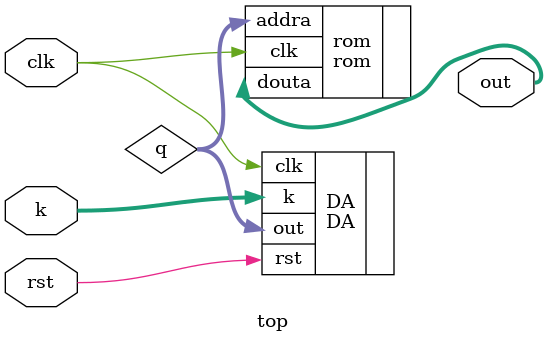
<source format=v>
module top (
    input clk,
    input rst,
    input [1:0] k,
    output [3:0] out
);

    wire [4:0] q;
    DA DA(.clk(clk), .rst(rst), .k(k), .out(q));
    rom rom(.clk(clk), .addra(q), .douta(out));
endmodule

</source>
